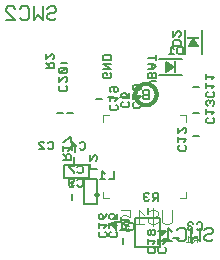
<source format=gbr>
G04 EAGLE Gerber RS-274X export*
G75*
%MOMM*%
%FSLAX34Y34*%
%LPD*%
%INSilkscreen Bottom*%
%IPPOS*%
%AMOC8*
5,1,8,0,0,1.08239X$1,22.5*%
G01*
%ADD10C,0.304800*%
%ADD11C,0.203200*%
%ADD12C,0.152400*%
%ADD13R,0.200000X1.000000*%
%ADD14C,0.127000*%
%ADD15C,0.500000*%
%ADD16C,0.120000*%
%ADD17C,0.101600*%
%ADD18R,1.000000X0.200000*%

G36*
X146216Y186225D02*
X146216Y186225D01*
X146288Y186225D01*
X146356Y186245D01*
X146427Y186255D01*
X146492Y186284D01*
X146561Y186304D01*
X146621Y186342D01*
X146686Y186371D01*
X146741Y186417D01*
X146801Y186455D01*
X146849Y186509D01*
X146903Y186555D01*
X146943Y186614D01*
X146990Y186668D01*
X147021Y186732D01*
X147061Y186791D01*
X147082Y186860D01*
X147113Y186924D01*
X147125Y186994D01*
X147146Y187062D01*
X147148Y187134D01*
X147160Y187205D01*
X147152Y187275D01*
X147154Y187346D01*
X147135Y187416D01*
X147127Y187487D01*
X147102Y187542D01*
X147082Y187621D01*
X147021Y187724D01*
X146990Y187793D01*
X144990Y190793D01*
X144913Y190880D01*
X144840Y190970D01*
X144818Y190985D01*
X144800Y191005D01*
X144703Y191067D01*
X144608Y191134D01*
X144582Y191142D01*
X144560Y191157D01*
X144449Y191189D01*
X144339Y191227D01*
X144312Y191228D01*
X144287Y191235D01*
X144171Y191235D01*
X144055Y191241D01*
X144029Y191235D01*
X144002Y191235D01*
X143891Y191203D01*
X143778Y191177D01*
X143755Y191164D01*
X143729Y191156D01*
X143631Y191094D01*
X143530Y191038D01*
X143514Y191020D01*
X143489Y191005D01*
X143304Y190797D01*
X143300Y190793D01*
X141300Y187793D01*
X141269Y187729D01*
X141230Y187669D01*
X141208Y187601D01*
X141177Y187537D01*
X141165Y187466D01*
X141144Y187398D01*
X141142Y187327D01*
X141130Y187257D01*
X141138Y187185D01*
X141136Y187114D01*
X141154Y187045D01*
X141163Y186974D01*
X141190Y186908D01*
X141208Y186839D01*
X141245Y186778D01*
X141272Y186712D01*
X141317Y186656D01*
X141354Y186594D01*
X141405Y186545D01*
X141450Y186490D01*
X141509Y186449D01*
X141561Y186400D01*
X141624Y186367D01*
X141682Y186326D01*
X141750Y186303D01*
X141814Y186270D01*
X141873Y186260D01*
X141951Y186233D01*
X142070Y186227D01*
X142145Y186215D01*
X146145Y186215D01*
X146216Y186225D01*
G37*
G36*
X123013Y164760D02*
X123013Y164760D01*
X123084Y164758D01*
X123154Y164777D01*
X123225Y164785D01*
X123280Y164810D01*
X123359Y164830D01*
X123462Y164891D01*
X123531Y164922D01*
X126531Y166922D01*
X126618Y166999D01*
X126708Y167072D01*
X126723Y167094D01*
X126743Y167112D01*
X126805Y167209D01*
X126872Y167304D01*
X126880Y167330D01*
X126895Y167352D01*
X126927Y167463D01*
X126965Y167573D01*
X126966Y167600D01*
X126973Y167625D01*
X126973Y167741D01*
X126979Y167857D01*
X126973Y167883D01*
X126973Y167910D01*
X126941Y168021D01*
X126915Y168134D01*
X126902Y168157D01*
X126894Y168183D01*
X126832Y168281D01*
X126776Y168382D01*
X126758Y168398D01*
X126743Y168423D01*
X126535Y168608D01*
X126531Y168612D01*
X123531Y170612D01*
X123467Y170643D01*
X123407Y170683D01*
X123339Y170704D01*
X123275Y170735D01*
X123204Y170747D01*
X123136Y170768D01*
X123065Y170770D01*
X122995Y170782D01*
X122923Y170774D01*
X122852Y170776D01*
X122783Y170758D01*
X122712Y170749D01*
X122646Y170722D01*
X122577Y170704D01*
X122516Y170667D01*
X122450Y170640D01*
X122394Y170595D01*
X122332Y170559D01*
X122283Y170507D01*
X122228Y170462D01*
X122187Y170404D01*
X122138Y170351D01*
X122105Y170288D01*
X122064Y170230D01*
X122041Y170162D01*
X122008Y170098D01*
X121998Y170039D01*
X121971Y169961D01*
X121965Y169842D01*
X121953Y169767D01*
X121953Y165767D01*
X121963Y165696D01*
X121963Y165624D01*
X121983Y165556D01*
X121993Y165486D01*
X122022Y165420D01*
X122042Y165351D01*
X122080Y165291D01*
X122109Y165226D01*
X122155Y165171D01*
X122193Y165111D01*
X122247Y165063D01*
X122293Y165009D01*
X122352Y164969D01*
X122406Y164922D01*
X122470Y164891D01*
X122529Y164852D01*
X122598Y164830D01*
X122662Y164799D01*
X122732Y164787D01*
X122800Y164766D01*
X122872Y164764D01*
X122943Y164752D01*
X123013Y164760D01*
G37*
D10*
X95160Y144526D02*
X95163Y144746D01*
X95171Y144967D01*
X95184Y145187D01*
X95203Y145406D01*
X95228Y145625D01*
X95257Y145844D01*
X95292Y146061D01*
X95333Y146278D01*
X95378Y146494D01*
X95429Y146708D01*
X95485Y146921D01*
X95547Y147133D01*
X95613Y147343D01*
X95685Y147551D01*
X95762Y147758D01*
X95844Y147962D01*
X95930Y148165D01*
X96022Y148365D01*
X96119Y148564D01*
X96220Y148759D01*
X96327Y148952D01*
X96438Y149143D01*
X96553Y149330D01*
X96673Y149515D01*
X96798Y149697D01*
X96927Y149875D01*
X97061Y150051D01*
X97198Y150223D01*
X97340Y150391D01*
X97486Y150557D01*
X97636Y150718D01*
X97790Y150876D01*
X97948Y151030D01*
X98109Y151180D01*
X98275Y151326D01*
X98443Y151468D01*
X98615Y151605D01*
X98791Y151739D01*
X98969Y151868D01*
X99151Y151993D01*
X99336Y152113D01*
X99523Y152228D01*
X99714Y152339D01*
X99907Y152446D01*
X100102Y152547D01*
X100301Y152644D01*
X100501Y152736D01*
X100704Y152822D01*
X100908Y152904D01*
X101115Y152981D01*
X101323Y153053D01*
X101533Y153119D01*
X101745Y153181D01*
X101958Y153237D01*
X102172Y153288D01*
X102388Y153333D01*
X102605Y153374D01*
X102822Y153409D01*
X103041Y153438D01*
X103260Y153463D01*
X103479Y153482D01*
X103699Y153495D01*
X103920Y153503D01*
X104140Y153506D01*
X104360Y153503D01*
X104581Y153495D01*
X104801Y153482D01*
X105020Y153463D01*
X105239Y153438D01*
X105458Y153409D01*
X105675Y153374D01*
X105892Y153333D01*
X106108Y153288D01*
X106322Y153237D01*
X106535Y153181D01*
X106747Y153119D01*
X106957Y153053D01*
X107165Y152981D01*
X107372Y152904D01*
X107576Y152822D01*
X107779Y152736D01*
X107979Y152644D01*
X108178Y152547D01*
X108373Y152446D01*
X108566Y152339D01*
X108757Y152228D01*
X108944Y152113D01*
X109129Y151993D01*
X109311Y151868D01*
X109489Y151739D01*
X109665Y151605D01*
X109837Y151468D01*
X110005Y151326D01*
X110171Y151180D01*
X110332Y151030D01*
X110490Y150876D01*
X110644Y150718D01*
X110794Y150557D01*
X110940Y150391D01*
X111082Y150223D01*
X111219Y150051D01*
X111353Y149875D01*
X111482Y149697D01*
X111607Y149515D01*
X111727Y149330D01*
X111842Y149143D01*
X111953Y148952D01*
X112060Y148759D01*
X112161Y148564D01*
X112258Y148365D01*
X112350Y148165D01*
X112436Y147962D01*
X112518Y147758D01*
X112595Y147551D01*
X112667Y147343D01*
X112733Y147133D01*
X112795Y146921D01*
X112851Y146708D01*
X112902Y146494D01*
X112947Y146278D01*
X112988Y146061D01*
X113023Y145844D01*
X113052Y145625D01*
X113077Y145406D01*
X113096Y145187D01*
X113109Y144967D01*
X113117Y144746D01*
X113120Y144526D01*
X113117Y144306D01*
X113109Y144085D01*
X113096Y143865D01*
X113077Y143646D01*
X113052Y143427D01*
X113023Y143208D01*
X112988Y142991D01*
X112947Y142774D01*
X112902Y142558D01*
X112851Y142344D01*
X112795Y142131D01*
X112733Y141919D01*
X112667Y141709D01*
X112595Y141501D01*
X112518Y141294D01*
X112436Y141090D01*
X112350Y140887D01*
X112258Y140687D01*
X112161Y140488D01*
X112060Y140293D01*
X111953Y140100D01*
X111842Y139909D01*
X111727Y139722D01*
X111607Y139537D01*
X111482Y139355D01*
X111353Y139177D01*
X111219Y139001D01*
X111082Y138829D01*
X110940Y138661D01*
X110794Y138495D01*
X110644Y138334D01*
X110490Y138176D01*
X110332Y138022D01*
X110171Y137872D01*
X110005Y137726D01*
X109837Y137584D01*
X109665Y137447D01*
X109489Y137313D01*
X109311Y137184D01*
X109129Y137059D01*
X108944Y136939D01*
X108757Y136824D01*
X108566Y136713D01*
X108373Y136606D01*
X108178Y136505D01*
X107979Y136408D01*
X107779Y136316D01*
X107576Y136230D01*
X107372Y136148D01*
X107165Y136071D01*
X106957Y135999D01*
X106747Y135933D01*
X106535Y135871D01*
X106322Y135815D01*
X106108Y135764D01*
X105892Y135719D01*
X105675Y135678D01*
X105458Y135643D01*
X105239Y135614D01*
X105020Y135589D01*
X104801Y135570D01*
X104581Y135557D01*
X104360Y135549D01*
X104140Y135546D01*
X103920Y135549D01*
X103699Y135557D01*
X103479Y135570D01*
X103260Y135589D01*
X103041Y135614D01*
X102822Y135643D01*
X102605Y135678D01*
X102388Y135719D01*
X102172Y135764D01*
X101958Y135815D01*
X101745Y135871D01*
X101533Y135933D01*
X101323Y135999D01*
X101115Y136071D01*
X100908Y136148D01*
X100704Y136230D01*
X100501Y136316D01*
X100301Y136408D01*
X100102Y136505D01*
X99907Y136606D01*
X99714Y136713D01*
X99523Y136824D01*
X99336Y136939D01*
X99151Y137059D01*
X98969Y137184D01*
X98791Y137313D01*
X98615Y137447D01*
X98443Y137584D01*
X98275Y137726D01*
X98109Y137872D01*
X97948Y138022D01*
X97790Y138176D01*
X97636Y138334D01*
X97486Y138495D01*
X97340Y138661D01*
X97198Y138829D01*
X97061Y139001D01*
X96927Y139177D01*
X96798Y139355D01*
X96673Y139537D01*
X96553Y139722D01*
X96438Y139909D01*
X96327Y140100D01*
X96220Y140293D01*
X96119Y140488D01*
X96022Y140687D01*
X95930Y140887D01*
X95844Y141090D01*
X95762Y141294D01*
X95685Y141501D01*
X95613Y141709D01*
X95547Y141919D01*
X95485Y142131D01*
X95429Y142344D01*
X95378Y142558D01*
X95333Y142774D01*
X95292Y142991D01*
X95257Y143208D01*
X95228Y143427D01*
X95203Y143646D01*
X95184Y143865D01*
X95171Y144085D01*
X95163Y144306D01*
X95160Y144526D01*
D11*
X106680Y140462D02*
X106680Y148597D01*
X102613Y148597D01*
X101257Y147241D01*
X101257Y145885D01*
X102613Y144529D01*
X101257Y143174D01*
X101257Y141818D01*
X102613Y140462D01*
X106680Y140462D01*
X106680Y144529D02*
X102613Y144529D01*
X43815Y101092D02*
X43815Y96012D01*
D12*
X21968Y104654D02*
X20867Y103552D01*
X21968Y104654D02*
X24171Y104654D01*
X25273Y103552D01*
X25273Y99146D01*
X24171Y98044D01*
X21968Y98044D01*
X20867Y99146D01*
X17789Y98044D02*
X13382Y98044D01*
X13382Y102450D02*
X17789Y98044D01*
X13382Y102450D02*
X13382Y103552D01*
X14484Y104654D01*
X16687Y104654D01*
X17789Y103552D01*
D11*
X114968Y174767D02*
X134968Y174767D01*
X134968Y160767D02*
X114968Y160767D01*
X121468Y171767D02*
X127468Y167767D01*
X121468Y171767D02*
X121468Y163767D01*
X127468Y167767D01*
D13*
X128468Y167767D03*
D12*
X135206Y178529D02*
X135206Y185139D01*
X135206Y178529D02*
X131901Y178529D01*
X130800Y179631D01*
X130800Y184037D01*
X131901Y185139D01*
X135206Y185139D01*
X127722Y182935D02*
X125519Y185139D01*
X125519Y178529D01*
X127722Y178529D02*
X123315Y178529D01*
D14*
X155570Y31760D02*
X153664Y29853D01*
X155570Y31760D02*
X159383Y31760D01*
X161290Y29853D01*
X161290Y27947D01*
X159383Y26040D01*
X155570Y26040D01*
X153664Y24133D01*
X153664Y22227D01*
X155570Y20320D01*
X159383Y20320D01*
X161290Y22227D01*
X149596Y20320D02*
X149596Y31760D01*
X145783Y24133D02*
X149596Y20320D01*
X145783Y24133D02*
X141970Y20320D01*
X141970Y31760D01*
X132182Y31760D02*
X130276Y29853D01*
X132182Y31760D02*
X135995Y31760D01*
X137902Y29853D01*
X137902Y22227D01*
X135995Y20320D01*
X132182Y20320D01*
X130276Y22227D01*
X126208Y27947D02*
X122395Y31760D01*
X122395Y20320D01*
X126208Y20320D02*
X118582Y20320D01*
D15*
X62830Y59808D03*
D16*
X67870Y62308D02*
X67870Y56948D01*
X73230Y56948D01*
X137870Y56948D02*
X137870Y62308D01*
X137870Y56948D02*
X132510Y56948D01*
X137870Y121588D02*
X137870Y126948D01*
X132510Y126948D01*
X67870Y126948D02*
X67870Y121588D01*
X67870Y126948D02*
X73230Y126948D01*
D17*
X125750Y46600D02*
X125750Y36855D01*
X123801Y34906D01*
X119903Y34906D01*
X117954Y36855D01*
X117954Y46600D01*
X114056Y36855D02*
X112107Y34906D01*
X108209Y34906D01*
X106260Y36855D01*
X106260Y38804D01*
X108209Y40753D01*
X112107Y40753D01*
X114056Y42702D01*
X114056Y44651D01*
X112107Y46600D01*
X108209Y46600D01*
X106260Y44651D01*
X110158Y48549D02*
X110158Y32957D01*
X102362Y42702D02*
X98464Y46600D01*
X98464Y34906D01*
X102362Y34906D02*
X94566Y34906D01*
X90668Y46600D02*
X82872Y46600D01*
X90668Y46600D02*
X90668Y40753D01*
X86770Y42702D01*
X84821Y42702D01*
X82872Y40753D01*
X82872Y36855D01*
X84821Y34906D01*
X88719Y34906D01*
X90668Y36855D01*
D11*
X55531Y73691D02*
X34385Y73691D01*
X55531Y73691D02*
X55531Y84804D01*
X34385Y84805D01*
X34385Y73691D01*
D12*
X76944Y73152D02*
X76944Y79762D01*
X76944Y73152D02*
X72538Y73152D01*
X69460Y77558D02*
X67257Y79762D01*
X67257Y73152D01*
X69460Y73152D02*
X65054Y73152D01*
D11*
X43561Y86614D02*
X43561Y91694D01*
D12*
X47918Y103363D02*
X49019Y104465D01*
X51222Y104465D01*
X52324Y103363D01*
X52324Y98957D01*
X51222Y97855D01*
X49019Y97855D01*
X47918Y98957D01*
X41535Y97855D02*
X41535Y104465D01*
X44840Y101160D01*
X40433Y101160D01*
D11*
X72009Y142494D02*
X77089Y142494D01*
D12*
X88758Y138137D02*
X89860Y137036D01*
X89860Y134833D01*
X88758Y133731D01*
X84352Y133731D01*
X83250Y134833D01*
X83250Y137036D01*
X84352Y138137D01*
X89860Y141215D02*
X89860Y145622D01*
X89860Y141215D02*
X86555Y141215D01*
X87656Y143418D01*
X87656Y144520D01*
X86555Y145622D01*
X84352Y145622D01*
X83250Y144520D01*
X83250Y142317D01*
X84352Y141215D01*
D11*
X41656Y71628D02*
X41656Y66548D01*
D12*
X46013Y83297D02*
X47114Y84399D01*
X49317Y84399D01*
X50419Y83297D01*
X50419Y78891D01*
X49317Y77789D01*
X47114Y77789D01*
X46013Y78891D01*
X42935Y84399D02*
X38528Y84399D01*
X38528Y83297D01*
X42935Y78891D01*
X42935Y77789D01*
D11*
X41783Y60325D02*
X41783Y55245D01*
D12*
X46140Y71994D02*
X47241Y73096D01*
X49444Y73096D01*
X50546Y71994D01*
X50546Y67588D01*
X49444Y66486D01*
X47241Y66486D01*
X46140Y67588D01*
X43062Y67588D02*
X41960Y66486D01*
X39757Y66486D01*
X38655Y67588D01*
X38655Y71994D01*
X39757Y73096D01*
X41960Y73096D01*
X43062Y71994D01*
X43062Y70892D01*
X41960Y69791D01*
X38655Y69791D01*
D11*
X62453Y73184D02*
X62453Y52038D01*
X62453Y73184D02*
X51340Y73184D01*
X51339Y52038D01*
X62453Y52038D01*
D12*
X62998Y81153D02*
X56388Y81153D01*
X56388Y85559D01*
X56388Y88637D02*
X56388Y93044D01*
X60794Y93044D02*
X56388Y88637D01*
X60794Y93044D02*
X61896Y93044D01*
X62998Y91942D01*
X62998Y89739D01*
X61896Y88637D01*
D11*
X81788Y142240D02*
X86868Y142240D01*
D12*
X98537Y137883D02*
X99639Y136782D01*
X99639Y134579D01*
X98537Y133477D01*
X94131Y133477D01*
X93029Y134579D01*
X93029Y136782D01*
X94131Y137883D01*
X97435Y140961D02*
X99639Y143164D01*
X93029Y143164D01*
X93029Y140961D02*
X93029Y145368D01*
X94131Y148445D02*
X98537Y148445D01*
X99639Y149547D01*
X99639Y151750D01*
X98537Y152852D01*
X94131Y152852D01*
X93029Y151750D01*
X93029Y149547D01*
X94131Y148445D01*
X98537Y152852D01*
D11*
X144018Y151130D02*
X149098Y151130D01*
D12*
X160767Y146773D02*
X161869Y145672D01*
X161869Y143469D01*
X160767Y142367D01*
X156361Y142367D01*
X155259Y143469D01*
X155259Y145672D01*
X156361Y146773D01*
X159665Y149851D02*
X161869Y152054D01*
X155259Y152054D01*
X155259Y149851D02*
X155259Y154258D01*
X159665Y157335D02*
X161869Y159539D01*
X155259Y159539D01*
X155259Y161742D02*
X155259Y157335D01*
D11*
X37592Y171450D02*
X32512Y171450D01*
D12*
X26357Y166769D02*
X19747Y166769D01*
X26357Y166769D02*
X26357Y170074D01*
X25255Y171175D01*
X23052Y171175D01*
X21950Y170074D01*
X21950Y166769D01*
X21950Y168972D02*
X19747Y171175D01*
X19747Y174253D02*
X19747Y178659D01*
X19747Y174253D02*
X24153Y178659D01*
X25255Y178659D01*
X26357Y177558D01*
X26357Y175354D01*
X25255Y174253D01*
D11*
X144272Y109220D02*
X149352Y109220D01*
D12*
X138117Y100359D02*
X137015Y101461D01*
X138117Y100359D02*
X138117Y98156D01*
X137015Y97055D01*
X132609Y97055D01*
X131507Y98156D01*
X131507Y100359D01*
X132609Y101461D01*
X135913Y104539D02*
X138117Y106742D01*
X131507Y106742D01*
X131507Y104539D02*
X131507Y108945D01*
X131507Y112023D02*
X131507Y116429D01*
X131507Y112023D02*
X135913Y116429D01*
X137015Y116429D01*
X138117Y115328D01*
X138117Y113124D01*
X137015Y112023D01*
D11*
X144018Y128905D02*
X149098Y128905D01*
D12*
X160767Y124548D02*
X161869Y123447D01*
X161869Y121244D01*
X160767Y120142D01*
X156361Y120142D01*
X155259Y121244D01*
X155259Y123447D01*
X156361Y124548D01*
X159665Y127626D02*
X161869Y129829D01*
X155259Y129829D01*
X155259Y127626D02*
X155259Y132033D01*
X160767Y135110D02*
X161869Y136212D01*
X161869Y138415D01*
X160767Y139517D01*
X159665Y139517D01*
X158564Y138415D01*
X158564Y137314D01*
X158564Y138415D02*
X157462Y139517D01*
X156361Y139517D01*
X155259Y138415D01*
X155259Y136212D01*
X156361Y135110D01*
D11*
X132207Y22860D02*
X127127Y22860D01*
D12*
X119870Y15101D02*
X120972Y13999D01*
X120972Y11796D01*
X119870Y10695D01*
X115464Y10695D01*
X114362Y11796D01*
X114362Y13999D01*
X115464Y15101D01*
X118768Y18179D02*
X120972Y20382D01*
X114362Y20382D01*
X114362Y18179D02*
X114362Y22585D01*
X114362Y28968D02*
X120972Y28968D01*
X117667Y25663D01*
X117667Y30069D01*
D11*
X90932Y36195D02*
X85852Y36195D01*
D12*
X78595Y28436D02*
X79697Y27334D01*
X79697Y25131D01*
X78595Y24030D01*
X74189Y24030D01*
X73087Y25131D01*
X73087Y27334D01*
X74189Y28436D01*
X77493Y31514D02*
X79697Y33717D01*
X73087Y33717D01*
X73087Y31514D02*
X73087Y35920D01*
X79697Y38998D02*
X79697Y43404D01*
X79697Y38998D02*
X76392Y38998D01*
X77493Y41201D01*
X77493Y42303D01*
X76392Y43404D01*
X74189Y43404D01*
X73087Y42303D01*
X73087Y40099D01*
X74189Y38998D01*
D11*
X76962Y36195D02*
X82042Y36195D01*
D12*
X70807Y27334D02*
X69705Y28436D01*
X70807Y27334D02*
X70807Y25131D01*
X69705Y24030D01*
X65299Y24030D01*
X64197Y25131D01*
X64197Y27334D01*
X65299Y28436D01*
X68603Y31514D02*
X70807Y33717D01*
X64197Y33717D01*
X64197Y31514D02*
X64197Y35920D01*
X69705Y41201D02*
X70807Y43404D01*
X69705Y41201D02*
X67502Y38998D01*
X65299Y38998D01*
X64197Y40099D01*
X64197Y42303D01*
X65299Y43404D01*
X66400Y43404D01*
X67502Y42303D01*
X67502Y38998D01*
D14*
X94910Y40186D02*
X94910Y15186D01*
X115910Y15186D01*
X115910Y40186D01*
X94910Y40186D01*
D12*
X89374Y28800D02*
X88272Y28800D01*
X86069Y31003D01*
X88272Y33206D01*
X89374Y33206D01*
X86069Y31003D02*
X82764Y31003D01*
X87170Y36284D02*
X89374Y38487D01*
X82764Y38487D01*
X82764Y36284D02*
X82764Y40690D01*
D11*
X84836Y23368D02*
X84836Y18288D01*
D12*
X89193Y35037D02*
X90294Y36139D01*
X92497Y36139D01*
X93599Y35037D01*
X93599Y30631D01*
X92497Y29529D01*
X90294Y29529D01*
X89193Y30631D01*
X86115Y33935D02*
X83912Y36139D01*
X83912Y29529D01*
X86115Y29529D02*
X81708Y29529D01*
X78631Y36139D02*
X74224Y36139D01*
X74224Y35037D01*
X78631Y30631D01*
X78631Y29529D01*
D11*
X118237Y22606D02*
X123317Y22606D01*
D12*
X112082Y13745D02*
X110980Y14847D01*
X112082Y13745D02*
X112082Y11542D01*
X110980Y10441D01*
X106574Y10441D01*
X105472Y11542D01*
X105472Y13745D01*
X106574Y14847D01*
X109878Y17925D02*
X112082Y20128D01*
X105472Y20128D01*
X105472Y17925D02*
X105472Y22331D01*
X110980Y25409D02*
X112082Y26510D01*
X112082Y28714D01*
X110980Y29815D01*
X109878Y29815D01*
X108777Y28714D01*
X107675Y29815D01*
X106574Y29815D01*
X105472Y28714D01*
X105472Y26510D01*
X106574Y25409D01*
X107675Y25409D01*
X108777Y26510D01*
X109878Y25409D01*
X110980Y25409D01*
X108777Y26510D02*
X108777Y28714D01*
D11*
X105664Y43307D02*
X105664Y48387D01*
D12*
X114427Y54548D02*
X114427Y61158D01*
X111122Y61158D01*
X110021Y60056D01*
X110021Y57853D01*
X111122Y56751D01*
X114427Y56751D01*
X112224Y56751D02*
X110021Y54548D01*
X106943Y60056D02*
X105841Y61158D01*
X103638Y61158D01*
X102536Y60056D01*
X102536Y58954D01*
X103638Y57853D01*
X104740Y57853D01*
X103638Y57853D02*
X102536Y56751D01*
X102536Y55650D01*
X103638Y54548D01*
X105841Y54548D01*
X106943Y55650D01*
D11*
X142875Y23495D02*
X142875Y18415D01*
D12*
X147232Y35164D02*
X148333Y36266D01*
X150536Y36266D01*
X151638Y35164D01*
X151638Y30758D01*
X150536Y29656D01*
X148333Y29656D01*
X147232Y30758D01*
X144154Y35164D02*
X143052Y36266D01*
X140849Y36266D01*
X139747Y35164D01*
X139747Y34062D01*
X140849Y32961D01*
X141951Y32961D01*
X140849Y32961D02*
X139747Y31859D01*
X139747Y30758D01*
X140849Y29656D01*
X143052Y29656D01*
X144154Y30758D01*
D11*
X42545Y128905D02*
X37465Y128905D01*
D12*
X40519Y89435D02*
X33909Y89435D01*
X40519Y89435D02*
X40519Y92739D01*
X39417Y93841D01*
X37214Y93841D01*
X36112Y92739D01*
X36112Y89435D01*
X36112Y91638D02*
X33909Y93841D01*
X38315Y96919D02*
X40519Y99122D01*
X33909Y99122D01*
X33909Y96919D02*
X33909Y101325D01*
X40519Y104403D02*
X40519Y108809D01*
X39417Y108809D01*
X35011Y104403D01*
X33909Y104403D01*
D11*
X33655Y128905D02*
X28575Y128905D01*
D12*
X37217Y150752D02*
X36115Y151853D01*
X37217Y150752D02*
X37217Y148549D01*
X36115Y147447D01*
X31709Y147447D01*
X30607Y148549D01*
X30607Y150752D01*
X31709Y151853D01*
X30607Y154931D02*
X30607Y159338D01*
X35013Y159338D02*
X30607Y154931D01*
X35013Y159338D02*
X36115Y159338D01*
X37217Y158236D01*
X37217Y156033D01*
X36115Y154931D01*
X36115Y162415D02*
X31709Y162415D01*
X36115Y162415D02*
X37217Y163517D01*
X37217Y165720D01*
X36115Y166822D01*
X31709Y166822D01*
X30607Y165720D01*
X30607Y163517D01*
X31709Y162415D01*
X36115Y166822D01*
D11*
X142875Y32385D02*
X142875Y27305D01*
D17*
X147243Y24578D02*
X147243Y19494D01*
X147243Y24578D02*
X144701Y24578D01*
X143854Y23731D01*
X143854Y22036D01*
X144701Y21189D01*
X147243Y21189D01*
X145548Y21189D02*
X143854Y19494D01*
X141630Y22884D02*
X139935Y24578D01*
X139935Y19494D01*
X138241Y19494D02*
X141630Y19494D01*
D14*
X20695Y217305D02*
X22601Y219212D01*
X26414Y219212D01*
X28321Y217305D01*
X28321Y215399D01*
X26414Y213492D01*
X22601Y213492D01*
X20695Y211585D01*
X20695Y209679D01*
X22601Y207772D01*
X26414Y207772D01*
X28321Y209679D01*
X16627Y207772D02*
X16627Y219212D01*
X12814Y211585D02*
X16627Y207772D01*
X12814Y211585D02*
X9001Y207772D01*
X9001Y219212D01*
X-787Y219212D02*
X-2693Y217305D01*
X-787Y219212D02*
X3026Y219212D01*
X4933Y217305D01*
X4933Y209679D01*
X3026Y207772D01*
X-787Y207772D01*
X-2693Y209679D01*
X-6761Y207772D02*
X-14387Y207772D01*
X-6761Y207772D02*
X-14387Y215399D01*
X-14387Y217305D01*
X-12481Y219212D01*
X-8668Y219212D01*
X-6761Y217305D01*
D11*
X62230Y140335D02*
X67310Y140335D01*
D12*
X78979Y135978D02*
X80081Y134877D01*
X80081Y132674D01*
X78979Y131572D01*
X74573Y131572D01*
X73471Y132674D01*
X73471Y134877D01*
X74573Y135978D01*
X77877Y139056D02*
X80081Y141259D01*
X73471Y141259D01*
X73471Y139056D02*
X73471Y143463D01*
X74573Y146540D02*
X73471Y147642D01*
X73471Y149845D01*
X74573Y150947D01*
X78979Y150947D01*
X80081Y149845D01*
X80081Y147642D01*
X78979Y146540D01*
X77877Y146540D01*
X76776Y147642D01*
X76776Y150947D01*
X108121Y151165D02*
X112528Y151165D01*
X108121Y151165D02*
X105918Y153369D01*
X108121Y155572D01*
X112528Y155572D01*
X112528Y158650D02*
X105918Y158650D01*
X112528Y158650D02*
X112528Y161954D01*
X111426Y163056D01*
X110324Y163056D01*
X109223Y161954D01*
X108121Y163056D01*
X107020Y163056D01*
X105918Y161954D01*
X105918Y158650D01*
X109223Y158650D02*
X109223Y161954D01*
X110324Y166134D02*
X105918Y166134D01*
X110324Y166134D02*
X112528Y168337D01*
X110324Y170540D01*
X105918Y170540D01*
X109223Y170540D02*
X109223Y166134D01*
X105918Y175821D02*
X112528Y175821D01*
X112528Y173618D02*
X112528Y178024D01*
X74428Y161954D02*
X73326Y163056D01*
X74428Y161954D02*
X74428Y159751D01*
X73326Y158650D01*
X68920Y158650D01*
X67818Y159751D01*
X67818Y161954D01*
X68920Y163056D01*
X71123Y163056D01*
X71123Y160853D01*
X67818Y166134D02*
X74428Y166134D01*
X67818Y170540D01*
X74428Y170540D01*
X74428Y173618D02*
X67818Y173618D01*
X67818Y176923D01*
X68920Y178024D01*
X73326Y178024D01*
X74428Y176923D01*
X74428Y173618D01*
D11*
X137145Y179230D02*
X137145Y199230D01*
X151145Y199230D02*
X151145Y179230D01*
X140145Y185730D02*
X144145Y191730D01*
X140145Y185730D02*
X148145Y185730D01*
X144145Y191730D01*
D18*
X144145Y192730D03*
D12*
X133389Y186024D02*
X126779Y186024D01*
X126779Y189329D01*
X127881Y190430D01*
X132287Y190430D01*
X133389Y189329D01*
X133389Y186024D01*
X126779Y193508D02*
X126779Y197914D01*
X126779Y193508D02*
X131185Y197914D01*
X132287Y197914D01*
X133389Y196813D01*
X133389Y194609D01*
X132287Y193508D01*
M02*

</source>
